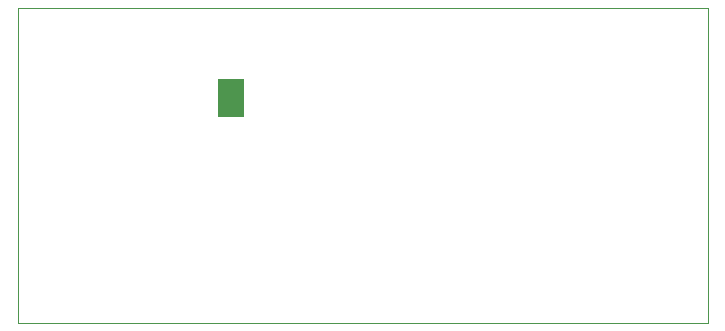
<source format=gbr>
%TF.GenerationSoftware,KiCad,Pcbnew,(5.1.6)-1*%
%TF.CreationDate,2020-12-16T23:33:52+01:00*%
%TF.ProjectId,02_Batt_Alim,30325f42-6174-4745-9f41-6c696d2e6b69,rev?*%
%TF.SameCoordinates,Original*%
%TF.FileFunction,Paste,Bot*%
%TF.FilePolarity,Positive*%
%FSLAX46Y46*%
G04 Gerber Fmt 4.6, Leading zero omitted, Abs format (unit mm)*
G04 Created by KiCad (PCBNEW (5.1.6)-1) date 2020-12-16 23:33:52*
%MOMM*%
%LPD*%
G01*
G04 APERTURE LIST*
%TA.AperFunction,Profile*%
%ADD10C,0.050000*%
%TD*%
%ADD11R,2.200000X3.300000*%
G04 APERTURE END LIST*
D10*
X99441000Y-54610000D02*
X99441000Y-81280000D01*
X157861000Y-54610000D02*
X99441000Y-54610000D01*
X157861000Y-81280000D02*
X157861000Y-54610000D01*
X99441000Y-81280000D02*
X157861000Y-81280000D01*
D11*
%TO.C,IC1*%
X117475000Y-62230000D03*
%TD*%
M02*

</source>
